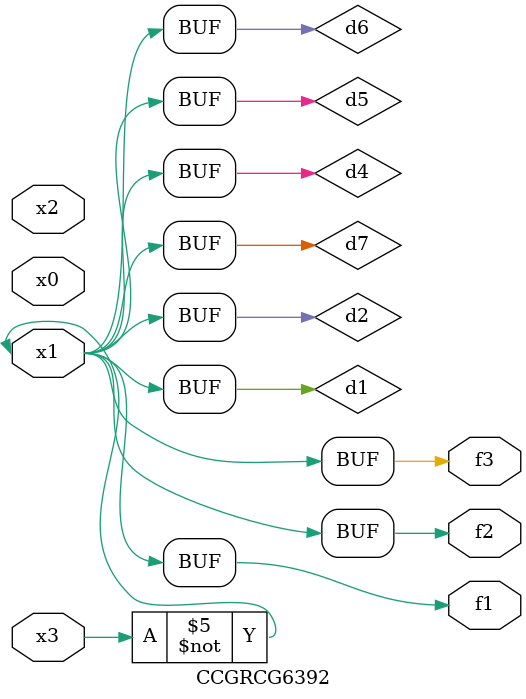
<source format=v>
module CCGRCG6392(
	input x0, x1, x2, x3,
	output f1, f2, f3
);

	wire d1, d2, d3, d4, d5, d6, d7;

	not (d1, x3);
	buf (d2, x1);
	xnor (d3, d1, d2);
	nor (d4, d1);
	buf (d5, d1, d2);
	buf (d6, d4, d5);
	nand (d7, d4);
	assign f1 = d6;
	assign f2 = d7;
	assign f3 = d6;
endmodule

</source>
